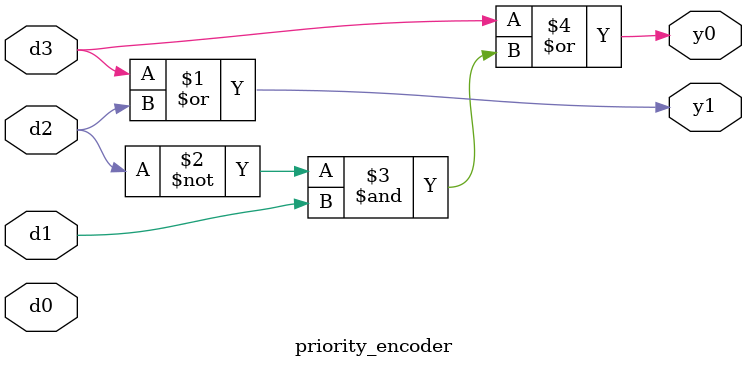
<source format=v>
module priority_encoder(output y1, y0, input d3, d2, d1, d0);

    assign y1 = d3 | d2;
    assign y0 = d3 | (~d2 & d1);

endmodule
</source>
